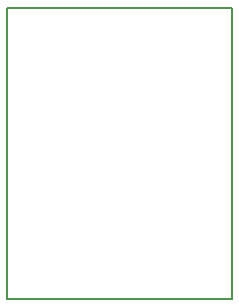
<source format=gbr>
%FSLAX34Y34*%
G04 Gerber Fmt 3.4, Leading zero omitted, Abs format*
G04 (created by PCBNEW (2013-12-14 BZR 4555)-product) date Tue 24 Dec 2013 00:35:11 EST*
%MOIN*%
G01*
G70*
G90*
G04 APERTURE LIST*
%ADD10C,0.003937*%
%ADD11C,0.007874*%
G04 APERTURE END LIST*
G54D10*
G54D11*
X3759Y4854D02*
X-3759Y4854D01*
X3759Y-4854D02*
X3759Y4854D01*
X-3759Y-4854D02*
X3759Y-4854D01*
X-3759Y4842D02*
X-3759Y-4846D01*
M02*

</source>
